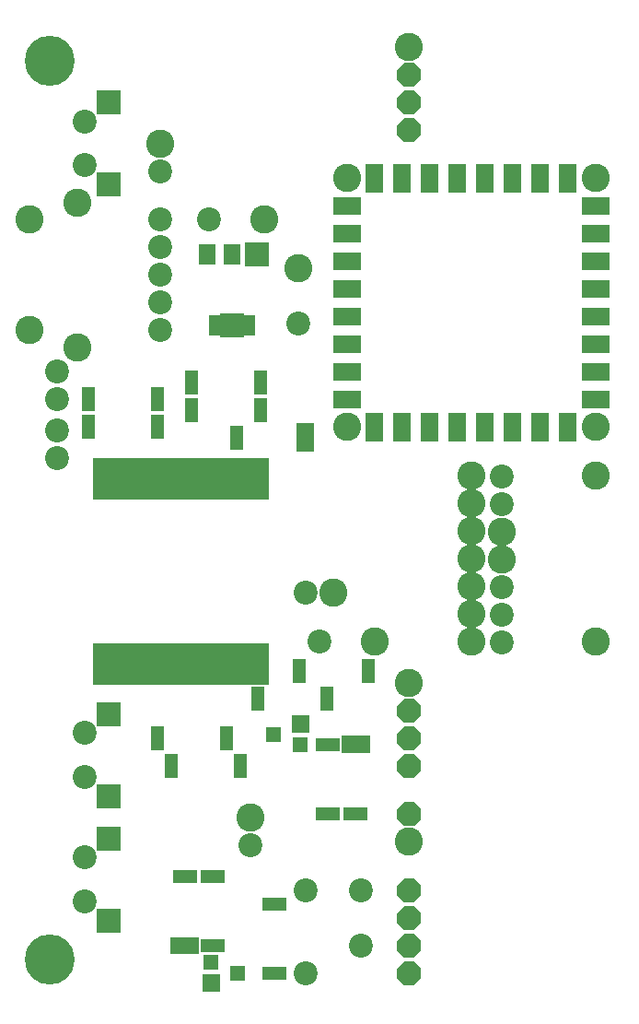
<source format=gbr>
%FSLAX34Y34*%
%MOMM*%
%LNSOLDERMASK_TOP*%
G71*
G01*
%ADD10C, 2.20*%
%ADD11C, 2.20*%
%ADD12C, 2.20*%
%ADD13R, 1.60X1.90*%
%ADD14R, 4.20X1.90*%
%ADD15C, 2.20*%
%ADD16R, 1.20X2.20*%
%ADD17R, 1.20X1.00*%
%ADD18R, 1.40X1.40*%
%ADD19C, 2.60*%
%ADD20C, 4.60*%
%ADD21R, 2.20X1.20*%
%ADD22C, 2.60*%
%LPD*%
G36*
X103300Y574625D02*
X125300Y574625D01*
X125300Y536625D01*
X103300Y536625D01*
X103300Y574625D01*
G37*
G36*
X123144Y574625D02*
X145144Y574625D01*
X145144Y536625D01*
X123144Y536625D01*
X123144Y574625D01*
G37*
G36*
X142988Y574625D02*
X164988Y574625D01*
X164988Y536625D01*
X142988Y536625D01*
X142988Y574625D01*
G37*
G36*
X162831Y574625D02*
X184831Y574625D01*
X184831Y536625D01*
X162831Y536625D01*
X162831Y574625D01*
G37*
G36*
X182675Y574625D02*
X204675Y574625D01*
X204675Y536625D01*
X182675Y536625D01*
X182675Y574625D01*
G37*
G36*
X203312Y574625D02*
X225312Y574625D01*
X225312Y536625D01*
X203312Y536625D01*
X203312Y574625D01*
G37*
G36*
X223156Y574625D02*
X245156Y574625D01*
X245156Y536625D01*
X223156Y536625D01*
X223156Y574625D01*
G37*
G36*
X243000Y574625D02*
X265000Y574625D01*
X265000Y536625D01*
X243000Y536625D01*
X243000Y574625D01*
G37*
G36*
X103300Y404762D02*
X125300Y404762D01*
X125300Y366762D01*
X103300Y366762D01*
X103300Y404762D01*
G37*
G36*
X123144Y404762D02*
X145144Y404762D01*
X145144Y366762D01*
X123144Y366762D01*
X123144Y404762D01*
G37*
G36*
X142988Y404762D02*
X164988Y404762D01*
X164988Y366762D01*
X142988Y366762D01*
X142988Y404762D01*
G37*
G36*
X162831Y404762D02*
X184831Y404762D01*
X184831Y366762D01*
X162831Y366762D01*
X162831Y404762D01*
G37*
G36*
X182675Y404762D02*
X204675Y404762D01*
X204675Y366762D01*
X182675Y366762D01*
X182675Y404762D01*
G37*
G36*
X203312Y404762D02*
X225312Y404762D01*
X225312Y366762D01*
X203312Y366762D01*
X203312Y404762D01*
G37*
G36*
X223156Y404762D02*
X245156Y404762D01*
X245156Y366762D01*
X223156Y366762D01*
X223156Y404762D01*
G37*
G36*
X243000Y404762D02*
X265000Y404762D01*
X265000Y366762D01*
X243000Y366762D01*
X243000Y404762D01*
G37*
G36*
X106475Y350725D02*
X128475Y350725D01*
X128475Y328725D01*
X106475Y328725D01*
X106475Y350725D01*
G37*
G36*
X106475Y275319D02*
X128475Y275319D01*
X128475Y253319D01*
X106475Y253319D01*
X106475Y275319D01*
G37*
X95250Y281781D02*
G54D10*
D03*
X95250Y322262D02*
G54D10*
D03*
G36*
X106475Y236425D02*
X128475Y236425D01*
X128475Y214425D01*
X106475Y214425D01*
X106475Y236425D01*
G37*
G36*
X106475Y161019D02*
X128475Y161019D01*
X128475Y139019D01*
X106475Y139019D01*
X106475Y161019D01*
G37*
X95250Y167481D02*
G54D10*
D03*
X95250Y207962D02*
G54D10*
D03*
G36*
X106475Y912700D02*
X128475Y912700D01*
X128475Y890700D01*
X106475Y890700D01*
X106475Y912700D01*
G37*
G36*
X106475Y837294D02*
X128475Y837294D01*
X128475Y815294D01*
X106475Y815294D01*
X106475Y837294D01*
G37*
X95250Y843756D02*
G54D10*
D03*
X95250Y884238D02*
G54D10*
D03*
X165100Y793750D02*
G54D11*
D03*
X165100Y768350D02*
G54D11*
D03*
X165100Y742950D02*
G54D11*
D03*
X165100Y717550D02*
G54D11*
D03*
X165100Y692150D02*
G54D11*
D03*
X95245Y167485D02*
G54D10*
D03*
X95245Y281785D02*
G54D10*
D03*
X95245Y884240D02*
G54D10*
D03*
X478532Y558267D02*
G54D12*
D03*
X478532Y532867D02*
G54D12*
D03*
X478532Y507467D02*
G54D12*
D03*
X478532Y482067D02*
G54D12*
D03*
X478532Y456667D02*
G54D12*
D03*
X478532Y431267D02*
G54D12*
D03*
X478532Y405867D02*
G54D12*
D03*
X254000Y762000D02*
G54D13*
D03*
X231000Y762000D02*
G54D13*
D03*
X208000Y762000D02*
G54D13*
D03*
X231000Y697000D02*
G54D14*
D03*
G36*
X404700Y947935D02*
X398265Y941500D01*
X389135Y941500D01*
X382700Y947935D01*
X382700Y957065D01*
X389135Y963500D01*
X398265Y963500D01*
X404700Y957065D01*
X404700Y947935D01*
G37*
G36*
X404700Y922535D02*
X398265Y916100D01*
X389135Y916100D01*
X382700Y922535D01*
X382700Y931665D01*
X389135Y938100D01*
X398265Y938100D01*
X404700Y931665D01*
X404700Y922535D01*
G37*
G36*
X404700Y897135D02*
X398265Y890700D01*
X389135Y890700D01*
X382700Y897135D01*
X382700Y906265D01*
X389135Y912700D01*
X398265Y912700D01*
X404700Y906265D01*
X404700Y897135D01*
G37*
G36*
X404700Y871735D02*
X398265Y865300D01*
X389135Y865300D01*
X382700Y871735D01*
X382700Y880865D01*
X389135Y887300D01*
X398265Y887300D01*
X404700Y880865D01*
X404700Y871735D01*
G37*
G36*
X404700Y173235D02*
X398265Y166800D01*
X389135Y166800D01*
X382700Y173235D01*
X382700Y182365D01*
X389135Y188800D01*
X398265Y188800D01*
X404700Y182365D01*
X404700Y173235D01*
G37*
G36*
X404700Y147835D02*
X398265Y141400D01*
X389135Y141400D01*
X382700Y147835D01*
X382700Y156965D01*
X389135Y163400D01*
X398265Y163400D01*
X404700Y156965D01*
X404700Y147835D01*
G37*
G36*
X404700Y122435D02*
X398265Y116000D01*
X389135Y116000D01*
X382700Y122435D01*
X382700Y131565D01*
X389135Y138000D01*
X398265Y138000D01*
X404700Y131565D01*
X404700Y122435D01*
G37*
G36*
X404700Y97035D02*
X398265Y90600D01*
X389135Y90600D01*
X382700Y97035D01*
X382700Y106165D01*
X389135Y112600D01*
X398265Y112600D01*
X404700Y106165D01*
X404700Y97035D01*
G37*
G36*
X404700Y243085D02*
X398265Y236650D01*
X389135Y236650D01*
X382700Y243085D01*
X382700Y252215D01*
X389135Y258650D01*
X398265Y258650D01*
X404700Y252215D01*
X404700Y243085D01*
G37*
G36*
X404700Y217685D02*
X398265Y211250D01*
X389135Y211250D01*
X382700Y217685D01*
X382700Y226815D01*
X389135Y233250D01*
X398265Y233250D01*
X404700Y226815D01*
X404700Y217685D01*
G37*
X165100Y863600D02*
G54D15*
D03*
X165100Y838200D02*
G54D15*
D03*
X260350Y793750D02*
G54D12*
D03*
X209550Y793750D02*
G54D12*
D03*
X323850Y450850D02*
G54D15*
D03*
X298450Y450850D02*
G54D15*
D03*
X361950Y406400D02*
G54D12*
D03*
X311150Y406400D02*
G54D12*
D03*
X298450Y101600D02*
G54D15*
D03*
X349250Y127000D02*
G54D15*
D03*
X349250Y177800D02*
G54D15*
D03*
X298450Y177800D02*
G54D15*
D03*
X225425Y317500D02*
G54D16*
D03*
X161925Y317500D02*
G54D16*
D03*
X238125Y292100D02*
G54D16*
D03*
X174625Y292100D02*
G54D16*
D03*
X257175Y644525D02*
G54D16*
D03*
X193675Y644525D02*
G54D16*
D03*
X257175Y619125D02*
G54D16*
D03*
X193675Y619125D02*
G54D16*
D03*
X69850Y628650D02*
G54D11*
D03*
X69850Y654050D02*
G54D11*
D03*
X69850Y600075D02*
G54D11*
D03*
X69850Y574675D02*
G54D11*
D03*
X161925Y603250D02*
G54D16*
D03*
X98425Y603250D02*
G54D16*
D03*
X161925Y628650D02*
G54D16*
D03*
X98425Y628650D02*
G54D16*
D03*
X269286Y320950D02*
G54D17*
D03*
X293495Y311425D02*
G54D17*
D03*
X293495Y330475D02*
G54D17*
D03*
X293495Y311425D02*
G54D18*
D03*
X293495Y330475D02*
G54D18*
D03*
X269286Y320950D02*
G54D18*
D03*
X298450Y593725D02*
G54D16*
D03*
X234950Y593725D02*
G54D16*
D03*
G36*
X243000Y574630D02*
X265000Y574630D01*
X265000Y536630D01*
X243000Y536630D01*
X243000Y574630D01*
G37*
G36*
X290450Y606725D02*
X306450Y606725D01*
X306450Y580725D01*
X290450Y580725D01*
X290450Y606725D01*
G37*
X69850Y654050D02*
G54D15*
D03*
X69850Y574675D02*
G54D11*
D03*
G36*
X243000Y773000D02*
X265000Y773000D01*
X265000Y751000D01*
X243000Y751000D01*
X243000Y773000D01*
G37*
X361950Y406400D02*
G54D19*
D03*
X165095Y863600D02*
G54D19*
D03*
X260350Y793750D02*
G54D19*
D03*
X323855Y450855D02*
G54D19*
D03*
X88900Y809625D02*
G54D19*
D03*
X88900Y676275D02*
G54D19*
D03*
X44425Y793750D02*
G54D19*
D03*
X44450Y692150D02*
G54D19*
D03*
X478532Y507467D02*
G54D19*
D03*
X478532Y482067D02*
G54D19*
D03*
X235814Y101914D02*
G54D17*
D03*
X211604Y111439D02*
G54D17*
D03*
X211604Y92389D02*
G54D17*
D03*
X211604Y111439D02*
G54D18*
D03*
X211604Y92389D02*
G54D18*
D03*
X235814Y101914D02*
G54D18*
D03*
G36*
X219604Y84389D02*
X203604Y84389D01*
X203604Y100389D01*
X219604Y100389D01*
X219604Y84389D01*
G37*
G36*
X285498Y322476D02*
X285498Y338476D01*
X301498Y338476D01*
X301498Y322476D01*
X285498Y322476D01*
G37*
X63500Y939800D02*
G54D20*
D03*
G36*
X404700Y363735D02*
X398265Y357300D01*
X389135Y357300D01*
X382700Y363735D01*
X382700Y372865D01*
X389135Y379300D01*
X398265Y379300D01*
X404700Y372865D01*
X404700Y363735D01*
G37*
G36*
X404700Y338335D02*
X398265Y331900D01*
X389135Y331900D01*
X382700Y338335D01*
X382700Y347465D01*
X389135Y353900D01*
X398265Y353900D01*
X404700Y347465D01*
X404700Y338335D01*
G37*
G36*
X404700Y312935D02*
X398265Y306500D01*
X389135Y306500D01*
X382700Y312935D01*
X382700Y322065D01*
X389135Y328500D01*
X398265Y328500D01*
X404700Y322065D01*
X404700Y312935D01*
G37*
G36*
X404700Y287535D02*
X398265Y281100D01*
X389135Y281100D01*
X382700Y287535D01*
X382700Y296665D01*
X389135Y303100D01*
X398265Y303100D01*
X404700Y296665D01*
X404700Y287535D01*
G37*
X336550Y831850D02*
G54D19*
D03*
X565150Y831850D02*
G54D19*
D03*
X565150Y603250D02*
G54D19*
D03*
X336550Y603250D02*
G54D19*
D03*
X361950Y831850D02*
G54D16*
D03*
X387350Y831850D02*
G54D16*
D03*
X412750Y831850D02*
G54D16*
D03*
X438150Y831850D02*
G54D16*
D03*
X463550Y831850D02*
G54D16*
D03*
X488950Y831850D02*
G54D16*
D03*
X514350Y831850D02*
G54D16*
D03*
X539750Y831850D02*
G54D16*
D03*
X361950Y603250D02*
G54D16*
D03*
X387350Y603250D02*
G54D16*
D03*
X412750Y603250D02*
G54D16*
D03*
X438150Y603250D02*
G54D16*
D03*
X463550Y603250D02*
G54D16*
D03*
X488950Y603250D02*
G54D16*
D03*
X514350Y603250D02*
G54D16*
D03*
X539750Y603250D02*
G54D16*
D03*
X336550Y628650D02*
G54D21*
D03*
X336550Y654050D02*
G54D21*
D03*
X336550Y679450D02*
G54D21*
D03*
X336550Y704850D02*
G54D21*
D03*
X336550Y730250D02*
G54D21*
D03*
X336550Y755650D02*
G54D21*
D03*
X336550Y781050D02*
G54D21*
D03*
X336550Y806450D02*
G54D21*
D03*
X565150Y806450D02*
G54D21*
D03*
X565150Y781050D02*
G54D21*
D03*
X565150Y755650D02*
G54D21*
D03*
X565150Y730250D02*
G54D21*
D03*
X565150Y704850D02*
G54D21*
D03*
X565150Y679450D02*
G54D21*
D03*
X565150Y654050D02*
G54D21*
D03*
X565150Y628650D02*
G54D21*
D03*
X292100Y749300D02*
G54D12*
D03*
X292100Y698500D02*
G54D12*
D03*
X292100Y749300D02*
G54D19*
D03*
X450850Y558800D02*
G54D19*
D03*
X450850Y533400D02*
G54D19*
D03*
X450850Y508000D02*
G54D19*
D03*
X450850Y482600D02*
G54D19*
D03*
X450850Y457200D02*
G54D19*
D03*
X450850Y431800D02*
G54D19*
D03*
X450850Y406400D02*
G54D19*
D03*
G36*
X323550Y814450D02*
X349550Y814450D01*
X349550Y798450D01*
X323550Y798450D01*
X323550Y814450D01*
G37*
G36*
X323550Y789050D02*
X349550Y789050D01*
X349550Y773050D01*
X323550Y773050D01*
X323550Y789050D01*
G37*
G36*
X323550Y763650D02*
X349550Y763650D01*
X349550Y747650D01*
X323550Y747650D01*
X323550Y763650D01*
G37*
G36*
X323550Y738250D02*
X349550Y738250D01*
X349550Y722250D01*
X323550Y722250D01*
X323550Y738250D01*
G37*
G36*
X323550Y712850D02*
X349550Y712850D01*
X349550Y696850D01*
X323550Y696850D01*
X323550Y712850D01*
G37*
G36*
X323550Y687450D02*
X349550Y687450D01*
X349550Y671450D01*
X323550Y671450D01*
X323550Y687450D01*
G37*
G36*
X323550Y662050D02*
X349550Y662050D01*
X349550Y646050D01*
X323550Y646050D01*
X323550Y662050D01*
G37*
G36*
X323550Y636650D02*
X349550Y636650D01*
X349550Y620650D01*
X323550Y620650D01*
X323550Y636650D01*
G37*
G36*
X552150Y814450D02*
X578150Y814450D01*
X578150Y798450D01*
X552150Y798450D01*
X552150Y814450D01*
G37*
G36*
X552150Y789050D02*
X578150Y789050D01*
X578150Y773050D01*
X552150Y773050D01*
X552150Y789050D01*
G37*
G36*
X552150Y763650D02*
X578150Y763650D01*
X578150Y747650D01*
X552150Y747650D01*
X552150Y763650D01*
G37*
G36*
X552150Y738250D02*
X578150Y738250D01*
X578150Y722250D01*
X552150Y722250D01*
X552150Y738250D01*
G37*
G36*
X552150Y712850D02*
X578150Y712850D01*
X578150Y696850D01*
X552150Y696850D01*
X552150Y712850D01*
G37*
G36*
X552150Y687450D02*
X578150Y687450D01*
X578150Y671450D01*
X552150Y671450D01*
X552150Y687450D01*
G37*
G36*
X552150Y662050D02*
X578150Y662050D01*
X578150Y646050D01*
X552150Y646050D01*
X552150Y662050D01*
G37*
G36*
X552150Y636650D02*
X578150Y636650D01*
X578150Y620650D01*
X552150Y620650D01*
X552150Y636650D01*
G37*
G36*
X353950Y616250D02*
X369950Y616250D01*
X369950Y590250D01*
X353950Y590250D01*
X353950Y616250D01*
G37*
G36*
X379350Y616250D02*
X395350Y616250D01*
X395350Y590250D01*
X379350Y590250D01*
X379350Y616250D01*
G37*
G36*
X404750Y616250D02*
X420750Y616250D01*
X420750Y590250D01*
X404750Y590250D01*
X404750Y616250D01*
G37*
G36*
X430150Y616250D02*
X446150Y616250D01*
X446150Y590250D01*
X430150Y590250D01*
X430150Y616250D01*
G37*
G36*
X455550Y616250D02*
X471550Y616250D01*
X471550Y590250D01*
X455550Y590250D01*
X455550Y616250D01*
G37*
G36*
X480950Y616250D02*
X496950Y616250D01*
X496950Y590250D01*
X480950Y590250D01*
X480950Y616250D01*
G37*
G36*
X506350Y616250D02*
X522350Y616250D01*
X522350Y590250D01*
X506350Y590250D01*
X506350Y616250D01*
G37*
G36*
X531750Y616250D02*
X547750Y616250D01*
X547750Y590250D01*
X531750Y590250D01*
X531750Y616250D01*
G37*
G36*
X353950Y844850D02*
X369950Y844850D01*
X369950Y818850D01*
X353950Y818850D01*
X353950Y844850D01*
G37*
G36*
X379350Y844850D02*
X395350Y844850D01*
X395350Y818850D01*
X379350Y818850D01*
X379350Y844850D01*
G37*
G36*
X404750Y844850D02*
X420750Y844850D01*
X420750Y818850D01*
X404750Y818850D01*
X404750Y844850D01*
G37*
G36*
X430150Y844850D02*
X446150Y844850D01*
X446150Y818850D01*
X430150Y818850D01*
X430150Y844850D01*
G37*
G36*
X455550Y844850D02*
X471550Y844850D01*
X471550Y818850D01*
X455550Y818850D01*
X455550Y844850D01*
G37*
G36*
X480950Y844850D02*
X496950Y844850D01*
X496950Y818850D01*
X480950Y818850D01*
X480950Y844850D01*
G37*
G36*
X506350Y844850D02*
X522350Y844850D01*
X522350Y818850D01*
X506350Y818850D01*
X506350Y844850D01*
G37*
G36*
X531750Y844850D02*
X547750Y844850D01*
X547750Y818850D01*
X531750Y818850D01*
X531750Y844850D01*
G37*
X393700Y952500D02*
G54D19*
D03*
X393700Y368300D02*
G54D19*
D03*
X344534Y248144D02*
G54D21*
D03*
X344534Y311644D02*
G54D21*
D03*
X319134Y248144D02*
G54D21*
D03*
X319134Y311644D02*
G54D21*
D03*
X254404Y353887D02*
G54D16*
D03*
X317904Y353887D02*
G54D16*
D03*
X292504Y379287D02*
G54D16*
D03*
X356004Y379287D02*
G54D16*
D03*
G36*
X331535Y319640D02*
X357535Y319640D01*
X357535Y303640D01*
X331535Y303640D01*
X331535Y319640D01*
G37*
X393700Y222250D02*
G54D22*
D03*
X269875Y101600D02*
G54D21*
D03*
X269875Y165100D02*
G54D21*
D03*
X212725Y127000D02*
G54D21*
D03*
X212725Y190500D02*
G54D21*
D03*
X187325Y127000D02*
G54D21*
D03*
X187325Y190500D02*
G54D21*
D03*
G36*
X174325Y135000D02*
X200325Y135000D01*
X200325Y119000D01*
X174325Y119000D01*
X174325Y135000D01*
G37*
X63500Y114300D02*
G54D20*
D03*
X247650Y244475D02*
G54D15*
D03*
X247650Y219075D02*
G54D15*
D03*
X247650Y244475D02*
G54D19*
D03*
G36*
X220000Y708000D02*
X242000Y708000D01*
X242000Y686000D01*
X220000Y686000D01*
X220000Y708000D01*
G37*
X565150Y558800D02*
G54D22*
D03*
X565150Y406400D02*
G54D22*
D03*
M02*

</source>
